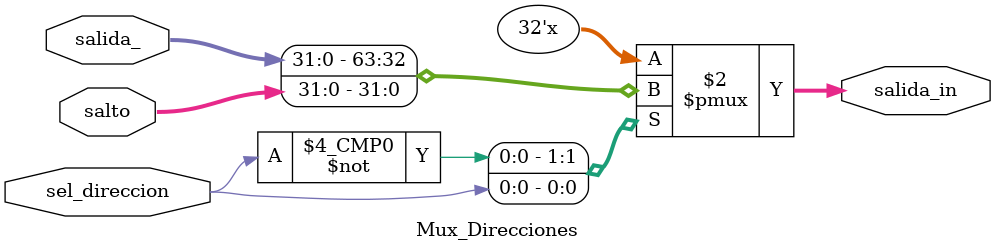
<source format=v>
`timescale 1ns / 1ps


module Mux_Direcciones(sel_direccion,salida_,salto,salida_in);
input sel_direccion;
input [31:0]salida_,salto;
output reg [31:0]salida_in;

always @(sel_direccion or salida_ or salto or salida_in  )
      case(sel_direccion)
      1'b0: salida_in = salida_;
      1'b1: salida_in = salto;
       default: salida_in=31'b0;
      endcase
endmodule

</source>
